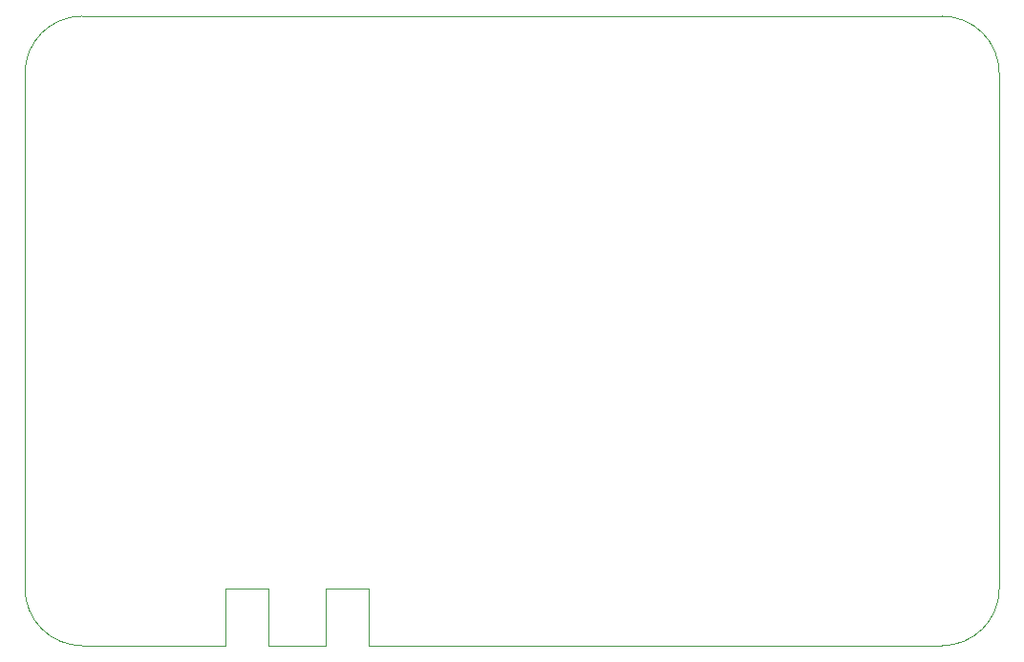
<source format=gbr>
G04 #@! TF.FileFunction,Profile,NP*
%FSLAX46Y46*%
G04 Gerber Fmt 4.6, Leading zero omitted, Abs format (unit mm)*
G04 Created by KiCad (PCBNEW (2015-01-16 BZR 5376)-product) date 26/03/2015 09:41:38*
%MOMM*%
G01*
G04 APERTURE LIST*
%ADD10C,0.100000*%
G04 APERTURE END LIST*
D10*
X122428000Y-123444000D02*
X122428000Y-124714000D01*
X118618000Y-123444000D02*
X122428000Y-123444000D01*
X118618000Y-124714000D02*
X118618000Y-123444000D01*
X113538000Y-123444000D02*
X113538000Y-124714000D01*
X109728000Y-123444000D02*
X113538000Y-123444000D01*
X109728000Y-124714000D02*
X109728000Y-123444000D01*
X122428000Y-128524000D02*
X173228000Y-128524000D01*
X122428000Y-124714000D02*
X122428000Y-128524000D01*
X118618000Y-128524000D02*
X118618000Y-124714000D01*
X113538000Y-128524000D02*
X118618000Y-128524000D01*
X113538000Y-124714000D02*
X113538000Y-128524000D01*
X109728000Y-128524000D02*
X109728000Y-124714000D01*
X97028000Y-128524000D02*
X109728000Y-128524000D01*
X91948000Y-77724000D02*
X91948000Y-123444000D01*
X178308000Y-77724000D02*
X178308000Y-123444000D01*
X97028000Y-72644000D02*
X173228000Y-72644000D01*
X91948000Y-123444000D02*
G75*
G03X97028000Y-128524000I5080000J0D01*
G01*
X173228000Y-128524000D02*
G75*
G03X178308000Y-123444000I0J5080000D01*
G01*
X178308000Y-77724000D02*
G75*
G03X173228000Y-72644000I-5080000J0D01*
G01*
X97028000Y-72644000D02*
G75*
G03X91948000Y-77724000I0J-5080000D01*
G01*
M02*

</source>
